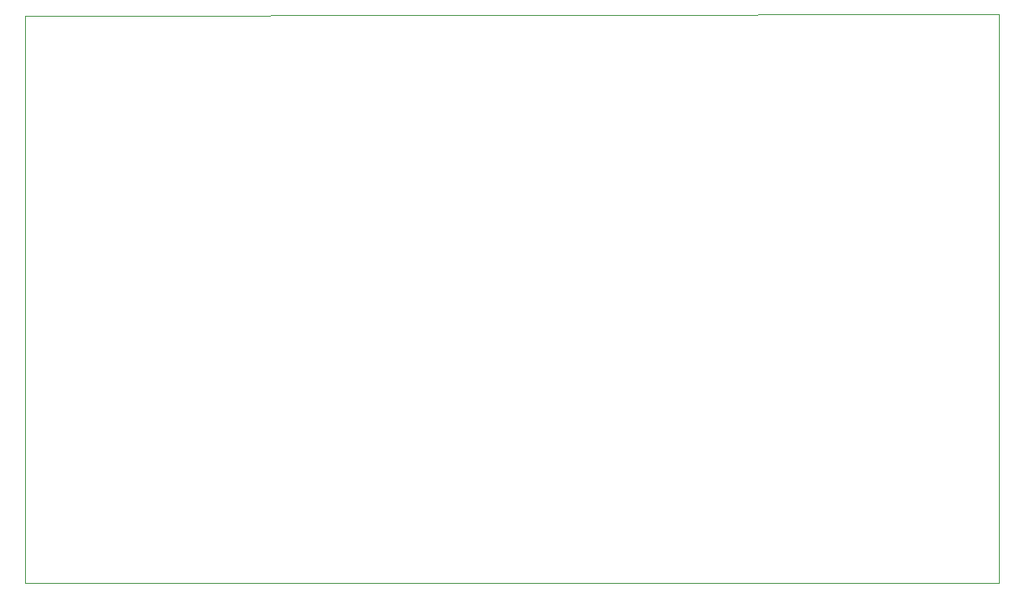
<source format=gbr>
%TF.GenerationSoftware,KiCad,Pcbnew,(6.0.9)*%
%TF.CreationDate,2023-05-20T11:21:48+02:00*%
%TF.ProjectId,sdrt41,73647274-3431-42e6-9b69-6361645f7063,rev?*%
%TF.SameCoordinates,Original*%
%TF.FileFunction,Profile,NP*%
%FSLAX46Y46*%
G04 Gerber Fmt 4.6, Leading zero omitted, Abs format (unit mm)*
G04 Created by KiCad (PCBNEW (6.0.9)) date 2023-05-20 11:21:48*
%MOMM*%
%LPD*%
G01*
G04 APERTURE LIST*
%TA.AperFunction,Profile*%
%ADD10C,0.100000*%
%TD*%
G04 APERTURE END LIST*
D10*
X24130000Y-121031000D02*
X122809000Y-121031000D01*
X122809000Y-121031000D02*
X122809000Y-63373000D01*
X122809000Y-63373000D02*
X24130000Y-63500000D01*
X24130000Y-63500000D02*
X24130000Y-121031000D01*
M02*

</source>
